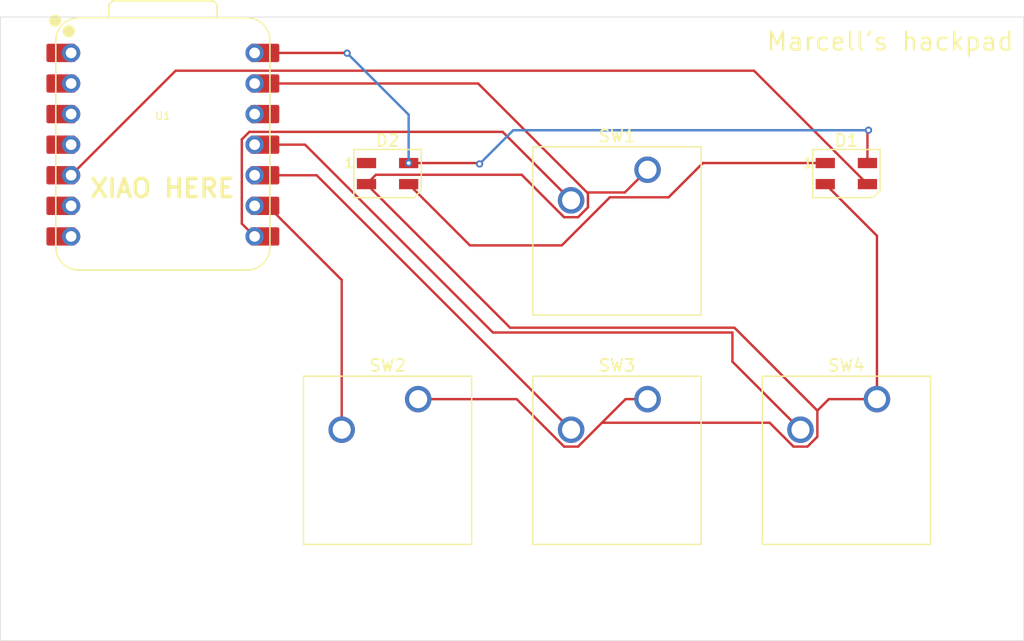
<source format=kicad_pcb>
(kicad_pcb (version 20241229) (generator "pcbnew") (generator_version "9.0")
  (layers (0 "F.Cu" signal) (2 "B.Cu" signal) (13 "F.Paste" user) (15 "B.Paste" user) (5 "F.SilkS" user "F.Silkscreen") (7 "B.SilkS" user "B.Silkscreen") (1 "F.Mask" user) (3 "B.Mask" user) (25 "Edge.Cuts" user))
  (net 0 "")
  (net 1 "GND")
  (net 2 "Net-(D1-DIN)")
  (net 3 "Net-(D1-DOUT)")
  (net 4 "+5V")
  (net 6 "Net-(U1-GPIO1{slash}RX)")
  (net 7 "Net-(U1-GPIO2{slash}SCK)")
  (net 8 "Net-(U1-GPIO4{slash}MISO)")
  (net 9 "Net-(U1-GPIO3{slash}MOSI)")
  (footprint "LED_SMD:LED_SK6812MINI_PLCC4_3.5x3.5mm_P1.75mm" (layer "F.Cu") (at 197.64375 76.2)
    (property "Reference" "D1" (at 0 -2.75 0) (layer "F.SilkS"))
    (property "Value" "SK6812MINI")
    (fp_line (start -2.8 -2) (end -2.8 2) (stroke (width 0.12)) (layer "F.SilkS"))
    (fp_line (start -2.8 -2) (end 2.8 -2) (stroke (width 0.12)) (layer "F.SilkS"))
    (fp_line (start -2.8 2) (end 2.2 2) (stroke (width 0.12)) (layer "F.SilkS"))
    (fp_line (start 2.8 1.4) (end 2.2 2) (stroke (width 0.12)) (layer "F.SilkS"))
    (fp_line (start 2.8 1.4) (end 2.8 -2) (stroke (width 0.12)) (layer "F.SilkS"))
    (fp_text user "1" (at -3.2 -0.875 0) (layer "F.SilkS") (effects (font (size 0.8 0.8))))
    (pad "1" smd rect (at -1.75 -0.875) (size 1.6 0.85) (layers "F.Cu" "F.Mask" "F.Paste") (net 3 "Net-(D1-DOUT)"))
    (pad "2" smd rect (at -1.75 0.875) (size 1.6 0.85) (layers "F.Cu" "F.Mask" "F.Paste") (net 1 "GND"))
    (pad "3" smd rect (at 1.75 0.875) (size 1.6 0.85) (layers "F.Cu" "F.Mask" "F.Paste") (net 2 "Net-(D1-DIN)"))
    (pad "4" smd rect (at 1.75 -0.875) (size 1.6 0.85) (layers "F.Cu" "F.Mask" "F.Paste") (net 4 "+5V"))
  )
  (footprint "Button_Switch_Keyboard:SW_Cherry_MX_1.00u_PCB" (layer "F.Cu") (at 200.18375 94.9325)
    (property "Reference" "SW4" (at -2.54 -2.794 0) (layer "F.SilkS"))
    (property "Value" "SW_Push")
    (fp_line (start -9.525 -1.905) (end 4.445 -1.905) (stroke (width 0.12)) (layer "F.SilkS"))
    (fp_line (start -9.525 12.065) (end -9.525 -1.905) (stroke (width 0.12)) (layer "F.SilkS"))
    (fp_line (start 4.445 -1.905) (end 4.445 12.065) (stroke (width 0.12)) (layer "F.SilkS"))
    (fp_line (start 4.445 12.065) (end -9.525 12.065) (stroke (width 0.12)) (layer "F.SilkS"))
    (pad "" np_thru_hole circle (at -7.62 5.08) (size 1.7 1.7) (drill 1.7) (layers "*.Cu" "*.Mask"))
    (pad "" np_thru_hole circle (at -2.54 5.08) (size 4 4) (drill 4) (layers "*.Cu" "*.Mask"))
    (pad "" np_thru_hole circle (at 2.54 5.08) (size 1.7 1.7) (drill 1.7) (layers "*.Cu" "*.Mask"))
    (pad "1" thru_hole circle (at 0 0) (size 2.2 2.2) (drill 1.5) (layers "*.Cu" "*.Mask") (net 1 "GND"))
    (pad "2" thru_hole circle (at -6.35 2.54) (size 2.2 2.2) (drill 1.5) (layers "*.Cu" "*.Mask") (net 9 "Net-(U1-GPIO3{slash}MOSI)"))
  )
  (footprint "LED_SMD:LED_SK6812MINI_PLCC4_3.5x3.5mm_P1.75mm" (layer "F.Cu") (at 159.54375 76.2)
    (property "Reference" "D2" (at 0 -2.75 0) (layer "F.SilkS"))
    (property "Value" "SK6812MINI")
    (fp_line (start -2.8 -2) (end -2.8 2) (stroke (width 0.12)) (layer "F.SilkS"))
    (fp_line (start -2.8 -2) (end 2.8 -2) (stroke (width 0.12)) (layer "F.SilkS"))
    (fp_line (start -2.8 2) (end 2.2 2) (stroke (width 0.12)) (layer "F.SilkS"))
    (fp_line (start 2.8 1.4) (end 2.2 2) (stroke (width 0.12)) (layer "F.SilkS"))
    (fp_line (start 2.8 1.4) (end 2.8 -2) (stroke (width 0.12)) (layer "F.SilkS"))
    (fp_text user "1" (at -3.2 -0.875 0) (layer "F.SilkS") (effects (font (size 0.8 0.8))))
    (pad "1" smd rect (at -1.75 -0.875) (size 1.6 0.85) (layers "F.Cu" "F.Mask" "F.Paste"))
    (pad "2" smd rect (at -1.75 0.875) (size 1.6 0.85) (layers "F.Cu" "F.Mask" "F.Paste") (net 1 "GND"))
    (pad "3" smd rect (at 1.75 0.875) (size 1.6 0.85) (layers "F.Cu" "F.Mask" "F.Paste") (net 3 "Net-(D1-DOUT)"))
    (pad "4" smd rect (at 1.75 -0.875) (size 1.6 0.85) (layers "F.Cu" "F.Mask" "F.Paste") (net 4 "+5V"))
  )
  (footprint "Button_Switch_Keyboard:SW_Cherry_MX_1.00u_PCB" (layer "F.Cu") (at 181.13375 75.8825)
    (property "Reference" "SW1" (at -2.54 -2.794 0) (layer "F.SilkS"))
    (property "Value" "SW_Push")
    (fp_line (start -9.525 -1.905) (end 4.445 -1.905) (stroke (width 0.12)) (layer "F.SilkS"))
    (fp_line (start -9.525 12.065) (end -9.525 -1.905) (stroke (width 0.12)) (layer "F.SilkS"))
    (fp_line (start 4.445 -1.905) (end 4.445 12.065) (stroke (width 0.12)) (layer "F.SilkS"))
    (fp_line (start 4.445 12.065) (end -9.525 12.065) (stroke (width 0.12)) (layer "F.SilkS"))
    (pad "" np_thru_hole circle (at -7.62 5.08) (size 1.7 1.7) (drill 1.7) (layers "*.Cu" "*.Mask"))
    (pad "" np_thru_hole circle (at -2.54 5.08) (size 4 4) (drill 4) (layers "*.Cu" "*.Mask"))
    (pad "" np_thru_hole circle (at 2.54 5.08) (size 1.7 1.7) (drill 1.7) (layers "*.Cu" "*.Mask"))
    (pad "1" thru_hole circle (at 0 0) (size 2.2 2.2) (drill 1.5) (layers "*.Cu" "*.Mask") (net 1 "GND"))
    (pad "2" thru_hole circle (at -6.35 2.54) (size 2.2 2.2) (drill 1.5) (layers "*.Cu" "*.Mask") (net 6 "Net-(U1-GPIO1{slash}RX)"))
  )
  (footprint "Button_Switch_Keyboard:SW_Cherry_MX_1.00u_PCB" (layer "F.Cu") (at 162.08375 94.9325)
    (property "Reference" "SW2" (at -2.54 -2.794 0) (layer "F.SilkS"))
    (property "Value" "SW_Push")
    (fp_line (start -9.525 -1.905) (end 4.445 -1.905) (stroke (width 0.12)) (layer "F.SilkS"))
    (fp_line (start -9.525 12.065) (end -9.525 -1.905) (stroke (width 0.12)) (layer "F.SilkS"))
    (fp_line (start 4.445 -1.905) (end 4.445 12.065) (stroke (width 0.12)) (layer "F.SilkS"))
    (fp_line (start 4.445 12.065) (end -9.525 12.065) (stroke (width 0.12)) (layer "F.SilkS"))
    (pad "" np_thru_hole circle (at -7.62 5.08) (size 1.7 1.7) (drill 1.7) (layers "*.Cu" "*.Mask"))
    (pad "" np_thru_hole circle (at -2.54 5.08) (size 4 4) (drill 4) (layers "*.Cu" "*.Mask"))
    (pad "" np_thru_hole circle (at 2.54 5.08) (size 1.7 1.7) (drill 1.7) (layers "*.Cu" "*.Mask"))
    (pad "1" thru_hole circle (at 0 0) (size 2.2 2.2) (drill 1.5) (layers "*.Cu" "*.Mask") (net 1 "GND"))
    (pad "2" thru_hole circle (at -6.35 2.54) (size 2.2 2.2) (drill 1.5) (layers "*.Cu" "*.Mask") (net 7 "Net-(U1-GPIO2{slash}SCK)"))
  )
  (footprint "Button_Switch_Keyboard:SW_Cherry_MX_1.00u_PCB" (layer "F.Cu") (at 181.13375 94.9325)
    (property "Reference" "SW3" (at -2.54 -2.794 0) (layer "F.SilkS"))
    (property "Value" "SW_Push")
    (fp_line (start -9.525 -1.905) (end 4.445 -1.905) (stroke (width 0.12)) (layer "F.SilkS"))
    (fp_line (start -9.525 12.065) (end -9.525 -1.905) (stroke (width 0.12)) (layer "F.SilkS"))
    (fp_line (start 4.445 -1.905) (end 4.445 12.065) (stroke (width 0.12)) (layer "F.SilkS"))
    (fp_line (start 4.445 12.065) (end -9.525 12.065) (stroke (width 0.12)) (layer "F.SilkS"))
    (pad "" np_thru_hole circle (at -7.62 5.08) (size 1.7 1.7) (drill 1.7) (layers "*.Cu" "*.Mask"))
    (pad "" np_thru_hole circle (at -2.54 5.08) (size 4 4) (drill 4) (layers "*.Cu" "*.Mask"))
    (pad "" np_thru_hole circle (at 2.54 5.08) (size 1.7 1.7) (drill 1.7) (layers "*.Cu" "*.Mask"))
    (pad "1" thru_hole circle (at 0 0) (size 2.2 2.2) (drill 1.5) (layers "*.Cu" "*.Mask") (net 1 "GND"))
    (pad "2" thru_hole circle (at -6.35 2.54) (size 2.2 2.2) (drill 1.5) (layers "*.Cu" "*.Mask") (net 8 "Net-(U1-GPIO4{slash}MISO)"))
  )
  (footprint "OPL:XIAO-RP2040-DIP" (layer "F.Cu") (at 140.88125 73.8)
    (property "Reference" "U1" (at 0 -2.38125 0) (layer "F.SilkS") (effects (font (size 0.635 0.635) (thickness 0.1016))))
    (property "Value" "XIAO-RP2040-DIP")
    (fp_line (start -8.89 8.509) (end -8.89 -8.636) (stroke (width 0.127)) (layer "F.SilkS"))
    (fp_line (start -6.985 10.414) (end 6.985 10.414) (stroke (width 0.127)) (layer "F.SilkS"))
    (fp_line (start -4.495 -10.541) (end -4.491272 -11.451272) (stroke (width 0.127)) (layer "F.SilkS"))
    (fp_line (start -3.991272 -11.951) (end 4.004 -11.951) (stroke (width 0.127)) (layer "F.SilkS"))
    (fp_line (start 4.504 -11.451) (end 4.504 -10.541) (stroke (width 0.127)) (layer "F.SilkS"))
    (fp_line (start 6.985 -10.541) (end -6.985 -10.541) (stroke (width 0.1)) (layer "F.SilkS"))
    (fp_line (start 6.985 -10.541) (end -6.985 -10.541) (stroke (width 0.127)) (layer "F.SilkS"))
    (fp_line (start 8.89 8.509) (end 8.89 -8.636) (stroke (width 0.127)) (layer "F.SilkS"))
    (fp_arc (start -8.89 -8.636) (mid -8.332038 -9.983038) (end -6.985 -10.541) (stroke (width 0.127)) (layer "F.SilkS"))
    (fp_arc (start -6.985 10.414) (mid -8.332038 9.856038) (end -8.89 8.509) (stroke (width 0.127)) (layer "F.SilkS"))
    (fp_arc (start -4.491272 -11.451272) (mid -4.344728 -11.80464) (end -3.991272 -11.951) (stroke (width 0.127)) (layer "F.SilkS"))
    (fp_arc (start 4.004 -11.951) (mid 4.357553 -11.804553) (end 4.504 -11.451) (stroke (width 0.127)) (layer "F.SilkS"))
    (fp_arc (start 6.985 -10.541) (mid 8.332038 -9.983038) (end 8.89 -8.636) (stroke (width 0.127)) (layer "F.SilkS"))
    (fp_arc (start 8.89 8.509) (mid 8.332038 9.856038) (end 6.985 10.414) (stroke (width 0.127)) (layer "F.SilkS"))
    (fp_circle (center -8.95 -10.3) (end -8.95 -10.554) (stroke (width 0.5)) (fill yes) (layer "F.SilkS"))
    (fp_circle (center -7.807 -9.42) (end -7.807 -9.674) (stroke (width 0.5)) (fill yes) (layer "F.SilkS"))
    (pad "1" smd roundrect (at -8.455 -7.62 180) (size 2.432 1.524) (layers "F.Cu" "F.Mask") (roundrect_rratio 0.1))
    (pad "1" thru_hole circle (at -7.62 -7.62 180) (size 1.524 1.524) (drill 0.889) (layers "*.Cu" "*.Mask"))
    (pad "2" smd roundrect (at -8.455 -5.08 180) (size 2.432 1.524) (layers "F.Cu" "F.Mask") (roundrect_rratio 0.1))
    (pad "2" thru_hole circle (at -7.62 -5.08 180) (size 1.524 1.524) (drill 0.889) (layers "*.Cu" "*.Mask"))
    (pad "3" smd roundrect (at -8.455 -2.54 180) (size 2.432 1.524) (layers "F.Cu" "F.Mask") (roundrect_rratio 0.1))
    (pad "3" thru_hole circle (at -7.62 -2.54 180) (size 1.524 1.524) (drill 0.889) (layers "*.Cu" "*.Mask"))
    (pad "4" smd roundrect (at -8.455 0 180) (size 2.432 1.524) (layers "F.Cu" "F.Mask") (roundrect_rratio 0.1))
    (pad "4" thru_hole circle (at -7.62 0 180) (size 1.524 1.524) (drill 0.889) (layers "*.Cu" "*.Mask"))
    (pad "5" smd roundrect (at -8.455 2.54 180) (size 2.432 1.524) (layers "F.Cu" "F.Mask") (roundrect_rratio 0.1) (net 2 "Net-(D1-DIN)"))
    (pad "5" thru_hole circle (at -7.62 2.54 180) (size 1.524 1.524) (drill 0.889) (layers "*.Cu" "*.Mask") (net 2 "Net-(D1-DIN)"))
    (pad "6" smd roundrect (at -8.455 5.08 180) (size 2.432 1.524) (layers "F.Cu" "F.Mask") (roundrect_rratio 0.1))
    (pad "6" thru_hole circle (at -7.62 5.08 180) (size 1.524 1.524) (drill 0.889) (layers "*.Cu" "*.Mask"))
    (pad "7" smd roundrect (at -8.455 7.62 180) (size 2.432 1.524) (layers "F.Cu" "F.Mask") (roundrect_rratio 0.1))
    (pad "7" thru_hole circle (at -7.62 7.62 180) (size 1.524 1.524) (drill 0.889) (layers "*.Cu" "*.Mask"))
    (pad "8" thru_hole circle (at 7.62 7.62) (size 1.524 1.524) (drill 0.889) (layers "*.Cu" "*.Mask") (net 6 "Net-(U1-GPIO1{slash}RX)"))
    (pad "8" smd roundrect (at 8.455 7.62) (size 2.432 1.524) (layers "F.Cu" "F.Mask") (roundrect_rratio 0.1) (net 6 "Net-(U1-GPIO1{slash}RX)"))
    (pad "9" thru_hole circle (at 7.62 5.08) (size 1.524 1.524) (drill 0.889) (layers "*.Cu" "*.Mask") (net 7 "Net-(U1-GPIO2{slash}SCK)"))
    (pad "9" smd roundrect (at 8.455 5.08) (size 2.432 1.524) (layers "F.Cu" "F.Mask") (roundrect_rratio 0.1) (net 7 "Net-(U1-GPIO2{slash}SCK)"))
    (pad "10" thru_hole circle (at 7.62 2.54) (size 1.524 1.524) (drill 0.889) (layers "*.Cu" "*.Mask") (net 8 "Net-(U1-GPIO4{slash}MISO)"))
    (pad "10" smd roundrect (at 8.455 2.54) (size 2.432 1.524) (layers "F.Cu" "F.Mask") (roundrect_rratio 0.1) (net 8 "Net-(U1-GPIO4{slash}MISO)"))
    (pad "11" thru_hole circle (at 7.62 0) (size 1.524 1.524) (drill 0.889) (layers "*.Cu" "*.Mask") (net 9 "Net-(U1-GPIO3{slash}MOSI)"))
    (pad "11" smd roundrect (at 8.455 0) (size 2.432 1.524) (layers "F.Cu" "F.Mask") (roundrect_rratio 0.1) (net 9 "Net-(U1-GPIO3{slash}MOSI)"))
    (pad "12" thru_hole circle (at 7.62 -2.54) (size 1.524 1.524) (drill 0.889) (layers "*.Cu" "*.Mask"))
    (pad "12" smd roundrect (at 8.455 -2.54) (size 2.432 1.524) (layers "F.Cu" "F.Mask") (roundrect_rratio 0.1))
    (pad "13" thru_hole circle (at 7.62 -5.08) (size 1.524 1.524) (drill 0.889) (layers "*.Cu" "*.Mask") (net 1 "GND"))
    (pad "13" smd roundrect (at 8.455 -5.08) (size 2.432 1.524) (layers "F.Cu" "F.Mask") (roundrect_rratio 0.1) (net 1 "GND"))
    (pad "14" thru_hole circle (at 7.62 -7.62) (size 1.524 1.524) (drill 0.889) (layers "*.Cu" "*.Mask") (net 4 "+5V"))
    (pad "14" smd roundrect (at 8.455 -7.62) (size 2.432 1.524) (layers "F.Cu" "F.Mask") (roundrect_rratio 0.1) (net 4 "+5V"))
  )
  (gr_rect (start 127.38125 63.2) (end 212.38125 115) (stroke (width 0.05)) (fill no) (layer "Edge.Cuts"))
  (gr_text "Marcell's hackpad" (at 201.28125 66.1 0) (layer "F.SilkS") (effects (font (size 1.5 1.5) (thickness 0.1875)) (justify bottom)))
  (gr_text "XIAO HERE" (at 134.68125 78.3 0) (layer "F.SilkS") (effects (font (size 1.5 1.5) (thickness 0.3) (bold yes)) (justify left bottom)))
  (segment (start 200.18375 94.9325) (end 200.18375 81.365) (width 0.2) (layer "F.Cu") (net 1))
  (segment (start 200.18375 94.9325) (end 196.18865 94.9325) (width 0.2) (layer "F.Cu") (net 1))
  (segment (start 188.34735 88.999) (end 169.71775 88.999) (width 0.2) (layer "F.Cu") (net 1))
  (segment (start 177.345378 96.892186) (end 191.272122 96.892186) (width 0.2) (layer "F.Cu") (net 1))
  (segment (start 194.414064 98.8735) (end 195.23475 98.052814) (width 0.2) (layer "F.Cu") (net 1))
  (segment (start 167.062564 68.72) (end 176.111907 77.769343) (width 0.2) (layer "F.Cu") (net 1))
  (segment (start 195.23475 98.052814) (end 195.23475 95.8864) (width 0.2) (layer "F.Cu") (net 1))
  (segment (start 195.23475 95.8864) (end 188.34735 88.999) (width 0.2) (layer "F.Cu") (net 1))
  (segment (start 181.13375 75.8825) (end 179.246907 77.769343) (width 0.2) (layer "F.Cu") (net 1))
  (segment (start 179.305064 94.9325) (end 177.345378 96.892186) (width 0.2) (layer "F.Cu") (net 1))
  (segment (start 174.203436 79.8235) (end 170.679936 76.3) (width 0.2) (layer "F.Cu") (net 1))
  (segment (start 200.18375 81.365) (end 195.89375 77.075) (width 0.2) (layer "F.Cu") (net 1))
  (segment (start 179.246907 77.769343) (end 176.111907 77.769343) (width 0.2) (layer "F.Cu") (net 1))
  (segment (start 175.364064 79.8235) (end 174.203436 79.8235) (width 0.2) (layer "F.Cu") (net 1))
  (segment (start 193.253436 98.8735) (end 194.414064 98.8735) (width 0.2) (layer "F.Cu") (net 1))
  (segment (start 148.50125 68.72) (end 167.062564 68.72) (width 0.2) (layer "F.Cu") (net 1))
  (segment (start 174.203436 98.8735) (end 175.364064 98.8735) (width 0.2) (layer "F.Cu") (net 1))
  (segment (start 169.71775 88.999) (end 157.79375 77.075) (width 0.2) (layer "F.Cu") (net 1))
  (segment (start 176.18475 79.002814) (end 175.364064 79.8235) (width 0.2) (layer "F.Cu") (net 1))
  (segment (start 196.18865 94.9325) (end 195.23475 95.8864) (width 0.2) (layer "F.Cu") (net 1))
  (segment (start 181.13375 94.9325) (end 179.305064 94.9325) (width 0.2) (layer "F.Cu") (net 1))
  (segment (start 175.364064 98.8735) (end 177.345378 96.892186) (width 0.2) (layer "F.Cu") (net 1))
  (segment (start 191.272122 96.892186) (end 193.253436 98.8735) (width 0.2) (layer "F.Cu") (net 1))
  (segment (start 162.08375 94.9325) (end 170.262436 94.9325) (width 0.2) (layer "F.Cu") (net 1))
  (segment (start 170.679936 76.3) (end 158.56875 76.3) (width 0.2) (layer "F.Cu") (net 1))
  (segment (start 176.18475 77.842186) (end 176.18475 79.002814) (width 0.2) (layer "F.Cu") (net 1))
  (segment (start 158.56875 76.3) (end 157.79375 77.075) (width 0.2) (layer "F.Cu") (net 1))
  (segment (start 176.111907 77.769343) (end 176.18475 77.842186) (width 0.2) (layer "F.Cu") (net 1))
  (segment (start 170.262436 94.9325) (end 174.203436 98.8735) (width 0.2) (layer "F.Cu") (net 1))
  (segment (start 189.97575 67.657) (end 199.39375 77.075) (width 0.2) (layer "F.Cu") (net 2))
  (segment (start 133.26125 76.34) (end 141.94425 67.657) (width 0.2) (layer "F.Cu") (net 2))
  (segment (start 141.94425 67.657) (end 189.97575 67.657) (width 0.2) (layer "F.Cu") (net 2))
  (segment (start 166.38225 82.1635) (end 161.29375 77.075) (width 0.2) (layer "F.Cu") (net 3))
  (segment (start 178.004377 78.170343) (end 174.01122 82.1635) (width 0.2) (layer "F.Cu") (net 3))
  (segment (start 195.89375 75.325) (end 185.726593 75.325) (width 0.2) (layer "F.Cu") (net 3))
  (segment (start 182.88125 78.170343) (end 178.004377 78.170343) (width 0.2) (layer "F.Cu") (net 3))
  (segment (start 174.01122 82.1635) (end 166.38225 82.1635) (width 0.2) (layer "F.Cu") (net 3))
  (segment (start 185.726593 75.325) (end 182.88125 78.170343) (width 0.2) (layer "F.Cu") (net 3))
  (segment (start 156.16125 66.18) (end 156.18125 66.2) (width 0.2) (layer "F.Cu") (net 4))
  (segment (start 148.50125 66.18) (end 156.16125 66.18) (width 0.2) (layer "F.Cu") (net 4))
  (segment (start 167.10625 75.325) (end 167.18125 75.4) (width 0.2) (layer "F.Cu") (net 4))
  (segment (start 199.39375 72.6875) (end 199.39375 75.325) (width 0.2) (layer "F.Cu") (net 4))
  (segment (start 199.48125 72.6) (end 199.39375 72.6875) (width 0.2) (layer "F.Cu") (net 4))
  (segment (start 161.29375 75.325) (end 167.10625 75.325) (width 0.2) (layer "F.Cu") (net 4))
  (via (at 167.18125 75.4) (size 0.6) (drill 0.3) (layers "F.Cu" "B.Cu") (net 4))
  (via (at 161.29375 75.325) (size 0.6) (drill 0.3) (layers "F.Cu" "B.Cu") (net 4))
  (via (at 156.18125 66.2) (size 0.6) (drill 0.3) (layers "F.Cu" "B.Cu") (net 4))
  (via (at 199.48125 72.6) (size 0.6) (drill 0.3) (layers "F.Cu" "B.Cu") (net 4))
  (segment (start 161.29375 71.3125) (end 161.29375 75.325) (width 0.2) (layer "B.Cu") (net 4))
  (segment (start 169.98125 72.6) (end 199.48125 72.6) (width 0.2) (layer "B.Cu") (net 4))
  (segment (start 156.18125 66.2) (end 161.29375 71.3125) (width 0.2) (layer "B.Cu") (net 4))
  (segment (start 167.18125 75.4) (end 169.98125 72.6) (width 0.2) (layer "B.Cu") (net 4))
  (segment (start 148.50125 81.42) (end 147.43825 80.357) (width 0.2) (layer "F.Cu") (net 6))
  (segment (start 147.43825 80.357) (end 147.43825 73.35969) (width 0.2) (layer "F.Cu") (net 6))
  (segment (start 148.06094 72.737) (end 169.09825 72.737) (width 0.2) (layer "F.Cu") (net 6))
  (segment (start 147.43825 73.35969) (end 148.06094 72.737) (width 0.2) (layer "F.Cu") (net 6))
  (segment (start 169.09825 72.737) (end 174.78375 78.4225) (width 0.2) (layer "F.Cu") (net 6))
  (segment (start 155.73375 85.03487) (end 149.57888 78.88) (width 0.2) (layer "F.Cu") (net 7))
  (segment (start 155.73375 97.4725) (end 155.73375 85.03487) (width 0.2) (layer "F.Cu") (net 7))
  (segment (start 149.57888 78.88) (end 148.50125 78.88) (width 0.2) (layer "F.Cu") (net 7))
  (segment (start 174.78375 97.4725) (end 153.65125 76.34) (width 0.2) (layer "F.Cu") (net 8))
  (segment (start 153.65125 76.34) (end 148.50125 76.34) (width 0.2) (layer "F.Cu") (net 8))
  (segment (start 148.50125 73.8) (end 152.69175 73.8) (width 0.2) (layer "F.Cu") (net 9))
  (segment (start 188.18125 91.82) (end 193.83375 97.4725) (width 0.2) (layer "F.Cu") (net 9))
  (segment (start 188.18125 89.4) (end 188.18125 91.82) (width 0.2) (layer "F.Cu") (net 9))
  (segment (start 152.69175 73.8) (end 168.29175 89.4) (width 0.2) (layer "F.Cu") (net 9))
  (segment (start 168.29175 89.4) (end 188.18125 89.4) (width 0.2) (layer "F.Cu") (net 9))
)
</source>
